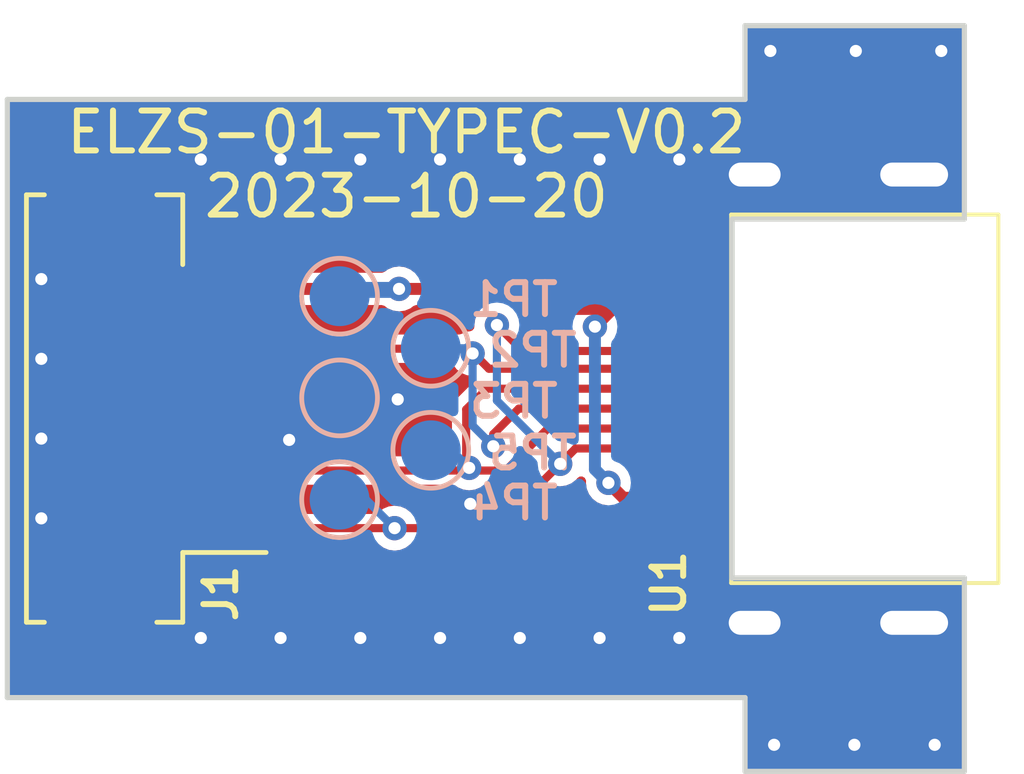
<source format=kicad_pcb>
(kicad_pcb (version 20221018) (generator pcbnew)
  (title_block (title "ELZS-01-Typec") (date "2023-10-20") (rev "V0.2") (company "Ovobot") (comment 1 "ELZS-01 Typec副板，V0.1，24x19x1.6mm ，FR4，2层，绿油白字，无铅喷锡"))
  (layers (0 "F.Cu" signal) (31 "B.Cu" signal) (34 "B.Paste" user) (35 "F.Paste" user) (36 "B.SilkS" user "B.Silkscreen") (37 "F.SilkS" user "F.Silkscreen") (38 "B.Mask" user) (39 "F.Mask" user) (44 "Edge.Cuts" user))
  (net 0 "")
  (net 1 "+3V3")
  (net 2 "/UART2_RX")
  (net 3 "/SWCLK")
  (net 4 "/SWDIO")
  (net 5 "GND")
  (footprint "Ovo_Connector_USB:USB_TYPE-C 16P CB1.6 073" (layer "F.Cu") (at 167.41 91.002 90)
    (fp_text reference "U1" (at -4.63 -4.676 90) (layer "F.SilkS") (effects (font (size 0.8 0.8))))
    (fp_text value "TYPE-C 16P CB1.6 073")
    (fp_line (start -4.62 -3.11) (end -4.62 3.59) (stroke (width 0.1)) (layer "F.SilkS"))
    (fp_line (start 4.62 -3.11) (end -4.62 -3.11) (stroke (width 0.1)) (layer "F.SilkS"))
    (fp_line (start 4.62 3.59) (end -4.62 3.59) (stroke (width 0.1)) (layer "F.SilkS"))
    (fp_line (start 4.62 3.59) (end 4.62 -3.11) (stroke (width 0.1)) (layer "F.SilkS"))
    (pad "25" thru_hole oval (at 5.623 -2.52 90) (size 1 1.7) (drill oval 0.6 1.3) (layers "*.Cu" "*.Mask") (net 5 "GND"))
    (pad "26" thru_hole oval (at 5.623 1.479 90) (size 1 2.1) (drill oval 0.6 1.7) (layers "*.Cu" "*.Mask") (net 5 "GND"))
    (pad "27" thru_hole oval (at -5.618 1.479 90) (size 1 2.1) (drill oval 0.6 1.7) (layers "*.Cu" "*.Mask") (net 5 "GND"))
    (pad "28" thru_hole oval (at -5.618 -2.521 90) (size 1 1.7) (drill oval 0.6 1.3) (layers "*.Cu" "*.Mask") (net 5 "GND"))
    (pad "A1" smd rect (at -3.35 -3.67 90) (size 0.3 1.15) (layers "F.Cu" "F.Paste" "F.Mask") (net 5 "GND"))
    (pad "A4" smd rect (at -2.55 -3.67 90) (size 0.3 1.15) (layers "F.Cu" "F.Paste" "F.Mask") (net 1 "+3V3"))
    (pad "A5" smd rect (at -1.25 -3.67 90) (size 0.3 1.15) (layers "F.Cu" "F.Paste" "F.Mask") (net 2 "/UART2_RX"))
    (pad "A6" smd rect (at -0.25 -3.67 90) (size 0.3 1.15) (layers "F.Cu" "F.Paste" "F.Mask") (net 4 "/SWDIO"))
    (pad "A7" smd rect (at 0.25 -3.67 90) (size 0.3 1.15) (layers "F.Cu" "F.Paste" "F.Mask") (net 3 "/SWCLK"))
    (pad "A8" smd rect (at 1.25 -3.67 90) (size 0.3 1.15) (layers "F.Cu" "F.Paste" "F.Mask"))
    (pad "A9" smd rect (at 2.55 -3.67 90) (size 0.3 1.15) (layers "F.Cu" "F.Paste" "F.Mask") (net 1 "+3V3"))
    (pad "A12" smd rect (at 3.35 -3.67 90) (size 0.3 1.15) (layers "F.Cu" "F.Paste" "F.Mask") (net 5 "GND"))
    (pad "B1" smd rect (at 3.05 -3.67 90) (size 0.3 1.15) (layers "F.Cu" "F.Paste" "F.Mask") (net 5 "GND"))
    (pad "B4" smd rect (at 2.25 -3.67 90) (size 0.3 1.15) (layers "F.Cu" "F.Paste" "F.Mask") (net 1 "+3V3"))
    (pad "B5" smd rect (at 1.75 -3.67 90) (size 0.3 1.15) (layers "F.Cu" "F.Paste" "F.Mask") (net 2 "/UART2_RX"))
    (pad "B6" smd rect (at 0.75 -3.67 90) (size 0.3 1.15) (layers "F.Cu" "F.Paste" "F.Mask") (net 4 "/SWDIO"))
    (pad "B7" smd rect (at -0.75 -3.67 90) (size 0.3 1.15) (layers "F.Cu" "F.Paste" "F.Mask") (net 3 "/SWCLK"))
    (pad "B8" smd rect (at -1.75 -3.67 90) (size 0.3 1.15) (layers "F.Cu" "F.Paste" "F.Mask"))
    (pad "B9" smd rect (at -2.25 -3.67 90) (size 0.3 1.15) (layers "F.Cu" "F.Paste" "F.Mask") (net 1 "+3V3"))
    (pad "B12" smd rect (at -3.05 -3.67 90) (size 0.3 1.15) (layers "F.Cu" "F.Paste" "F.Mask") (net 5 "GND"))
  )
  (footprint "Ovo_Connector_JST:JST_ZH_B5B-ZR-SM4-TF_1x05-1MP_P1.50mm_Vertical" (layer "F.Cu") (at 149.987 91.246 90)
    (fp_text reference "J1" (at -4.637 1.513 270) (layer "F.SilkS") (effects (font (size 0.8 0.8))))
    (fp_text value "ZH1.5MM/5ASMT")
    (fp_line (start -5.36 -3.36) (end 5.36 -3.36) (stroke (width 0.12)) (layer "F.SilkS"))
    (fp_line (start -5.36 -2.91) (end -5.36 -3.36) (stroke (width 0.12)) (layer "F.SilkS"))
    (fp_line (start -5.36 -0.09) (end -5.36 0.56) (stroke (width 0.12)) (layer "F.SilkS"))
    (fp_line (start -5.36 0.56) (end -3.61 0.56) (stroke (width 0.12)) (layer "F.SilkS"))
    (fp_line (start -3.61 0.56) (end -3.61 2.65) (stroke (width 0.12)) (layer "F.SilkS"))
    (fp_line (start 5.36 -3.36) (end 5.36 -2.91) (stroke (width 0.12)) (layer "F.SilkS"))
    (fp_line (start 5.36 -0.09) (end 5.36 0.56) (stroke (width 0.12)) (layer "F.SilkS"))
    (fp_line (start 5.36 0.56) (end 3.61 0.56) (stroke (width 0.12)) (layer "F.SilkS"))
    (pad "1" smd roundrect (at -3 0.7 90) (size 0.7 3.9) (layers "F.Cu" "F.Paste" "F.Mask") (net 2 "/UART2_RX"))
    (pad "2" smd roundrect (at -1.5 0.7 90) (size 0.7 3.9) (layers "F.Cu" "F.Paste" "F.Mask") (net 3 "/SWCLK"))
    (pad "3" smd roundrect (at 0 0.7 90) (size 0.7 3.9) (layers "F.Cu" "F.Paste" "F.Mask") (net 5 "GND"))
    (pad "4" smd roundrect (at 1.5 0.7 90) (size 0.7 3.9) (layers "F.Cu" "F.Paste" "F.Mask") (net 4 "/SWDIO"))
    (pad "5" smd roundrect (at 3 0.7 90) (size 0.7 3.9) (layers "F.Cu" "F.Paste" "F.Mask") (net 1 "+3V3"))
    (pad "MP" smd roundrect (at -5.05 -1.5 90) (size 1.5 2.3) (layers "F.Cu" "F.Paste" "F.Mask") (roundrect_rratio 0.1666673333) (net 5 "GND"))
    (pad "MP" smd roundrect (at 5.05 -1.5 90) (size 1.5 2.3) (layers "F.Cu" "F.Paste" "F.Mask") (roundrect_rratio 0.1666673333) (net 5 "GND"))
  )
  (footprint "TestPoint:TestPoint_Pad_D1.5mm" (layer "B.Cu") (at 154.48 90.9795 180)
    (fp_text reference "TP3" (at -4.369 -0.085) (layer "B.SilkS") (effects (font (size 0.8 0.8)) (justify mirror)))
    (fp_text value "GND")
    (fp_circle (center 0 0) (end 0 -0.95) (stroke (width 0.12)) (fill none) (layer "B.SilkS"))
    (pad "1" smd circle (at 0 0 180) (size 1.5 1.5) (layers "B.Cu" "B.Mask") (net 5 "GND"))
  )
  (footprint "TestPoint:TestPoint_Pad_D1.5mm" (layer "B.Cu") (at 156.767 92.293 180)
    (fp_text reference "TP5" (at -2.556 -0.068) (layer "B.SilkS") (effects (font (size 0.8 0.8)) (justify mirror)))
    (fp_text value "SWCLK")
    (fp_circle (center 0 0) (end 0 -0.95) (stroke (width 0.12)) (fill none) (layer "B.SilkS"))
    (pad "1" smd circle (at 0 0 180) (size 1.5 1.5) (layers "B.Cu" "B.Mask") (net 3 "/SWCLK"))
  )
  (footprint "TestPoint:TestPoint_Pad_D1.5mm" (layer "B.Cu") (at 154.48 93.53 180)
    (fp_text reference "TP4" (at -4.369 -0.085) (layer "B.SilkS") (effects (font (size 0.8 0.8)) (justify mirror)))
    (fp_text value "UART2_RX")
    (fp_circle (center 0 0) (end 0 -0.95) (stroke (width 0.12)) (fill none) (layer "B.SilkS"))
    (pad "1" smd circle (at 0 0 180) (size 1.5 1.5) (layers "B.Cu" "B.Mask") (net 2 "/UART2_RX"))
  )
  (footprint "TestPoint:TestPoint_Pad_D1.5mm" (layer "B.Cu") (at 154.48 88.429 180)
    (fp_text reference "TP1" (at -4.369 -0.085) (layer "B.SilkS") (effects (font (size 0.8 0.8)) (justify mirror)))
    (fp_text value "3V3")
    (fp_circle (center 0 0) (end 0 -0.95) (stroke (width 0.12)) (fill none) (layer "B.SilkS"))
    (pad "1" smd circle (at 0 0 180) (size 1.5 1.5) (layers "B.Cu" "B.Mask") (net 1 "+3V3"))
  )
  (footprint "TestPoint:TestPoint_Pad_D1.5mm" (layer "B.Cu") (at 156.767 89.734 180)
    (fp_text reference "TP2" (at -2.556 -0.051) (layer "B.SilkS") (effects (font (size 0.8 0.8)) (justify mirror)))
    (fp_text value "SWDIO")
    (fp_circle (center 0 0) (end 0 -0.95) (stroke (width 0.12)) (fill none) (layer "B.SilkS"))
    (pad "1" smd circle (at 0 0 180) (size 1.5 1.5) (layers "B.Cu" "B.Mask") (net 4 "/SWDIO"))
  )
  (gr_line (start 164.648 98.495) (end 164.648 100.344591) (stroke (width 0.13)) (layer "Edge.Cuts"))
  (gr_line (start 170.151 95.494591) (end 164.33 95.494591) (stroke (width 0.13)) (layer "Edge.Cuts"))
  (gr_line (start 146.148 83.494591) (end 146.148 98.494591) (stroke (width 0.13)) (layer "Edge.Cuts"))
  (gr_line (start 146.148 98.494591) (end 164.647711 98.494591) (stroke (width 0.13)) (layer "Edge.Cuts"))
  (gr_line (start 170.149355 86.494) (end 164.325 86.494) (stroke (width 0.13)) (layer "Edge.Cuts"))
  (gr_line (start 164.324 86.4985) (end 164.324 95.4975) (stroke (width 0.13)) (layer "Edge.Cuts"))
  (gr_line (start 170.148 86.494591) (end 170.148 81.644591) (stroke (width 0.13)) (layer "Edge.Cuts"))
  (gr_line (start 164.648 100.344591) (end 170.147711 100.344591) (stroke (width 0.13)) (layer "Edge.Cuts"))
  (gr_line (start 164.648 81.644591) (end 164.648 83.494591) (stroke (width 0.13)) (layer "Edge.Cuts"))
  (gr_line (start 170.148 81.644591) (end 164.648 81.644591) (stroke (width 0.13)) (layer "Edge.Cuts"))
  (gr_line (start 164.648 83.494591) (end 146.148 83.494591) (stroke (width 0.13)) (layer "Edge.Cuts"))
  (gr_line (start 170.148 100.345) (end 170.148 95.494591) (stroke (width 0.13)) (layer "Edge.Cuts"))
  (gr_text "ELZS-01-TYPEC-${REVISION}\n${ISSUE_DATE}" (at 156.155 85.123) (layer "F.SilkS") (effects (font (size 1 1))))
  (segment (start 150.687 88.246) (end 155.971 88.246) (width 0.3) (layer "F.Cu") (net 1))
  (segment (start 159.402 88.246) (end 159.904 88.748) (width 0.3) (layer "F.Cu") (net 1))
  (segment (start 161.328 88.748) (end 160.883 89.193) (width 0.3) (layer "F.Cu") (net 1))
  (segment (start 161.596 93.484) (end 163.54 93.484) (width 0.3) (layer "F.Cu") (net 1))
  (segment (start 161.396 88.748) (end 161.328 88.748) (width 0.3) (layer "F.Cu") (net 1))
  (segment (start 159.904 88.748) (end 161.396 88.748) (width 0.3) (layer "F.Cu") (net 1))
  (segment (start 155.971 88.246) (end 159.402 88.246) (width 0.3) (layer "F.Cu") (net 1))
  (segment (start 161.396 88.748) (end 163.604 88.748) (width 0.3) (layer "F.Cu") (net 1))
  (segment (start 161.222 93.11) (end 161.596 93.484) (width 0.3) (layer "F.Cu") (net 1))
  (via (at 161.222 93.11) (size 0.6096) (drill 0.3048) (layers "F.Cu" "B.Cu") (net 1))
  (via (at 160.883 89.193) (size 0.6096) (drill 0.3048) (layers "F.Cu" "B.Cu") (net 1))
  (via (at 155.971 88.246) (size 0.6096) (drill 0.3048) (layers "F.Cu" "B.Cu") (net 1))
  (segment (start 160.883 92.771) (end 160.883 89.193) (width 0.3) (layer "B.Cu") (net 1))
  (segment (start 161.222 93.11) (end 160.883 92.771) (width 0.3) (layer "B.Cu") (net 1))
  (segment (start 155.946 88.271) (end 155.971 88.246) (width 0.4) (layer "B.Cu") (net 1))
  (segment (start 154.638 88.271) (end 155.946 88.271) (width 0.4) (layer "B.Cu") (net 1))
  (segment (start 154.48 88.429) (end 154.638 88.271) (width 0.4) (layer "B.Cu") (net 1))
  (segment (start 159.0756 89.8026) (end 161.8414 89.8026) (width 0.2032) (layer "F.Cu") (net 2))
  (segment (start 160.012 92.633) (end 158.399 94.246) (width 0.2032) (layer "F.Cu") (net 2))
  (segment (start 155.859 94.246) (end 150.687 94.246) (width 0.2032) (layer "F.Cu") (net 2))
  (segment (start 162.396 89.248) (end 163.604 89.248) (width 0.2032) (layer "F.Cu") (net 2))
  (segment (start 160.012 92.633) (end 160.397 92.248) (width 0.2032) (layer "F.Cu") (net 2))
  (segment (start 158.425 89.152) (end 159.0756 89.8026) (width 0.2032) (layer "F.Cu") (net 2))
  (segment (start 160.397 92.248) (end 163.604 92.248) (width 0.2032) (layer "F.Cu") (net 2))
  (segment (start 161.8414 89.8026) (end 162.396 89.248) (width 0.2032) (layer "F.Cu") (net 2))
  (segment (start 158.399 94.246) (end 155.859 94.246) (width 0.2032) (layer "F.Cu") (net 2))
  (via (at 155.859 94.246) (size 0.6096) (drill 0.3048) (layers "F.Cu" "B.Cu") (net 2))
  (via (at 158.425 89.152) (size 0.6096) (drill 0.3048) (layers "F.Cu" "B.Cu") (net 2))
  (via (at 160.012 92.633) (size 0.6096) (drill 0.3048) (layers "F.Cu" "B.Cu") (net 2))
  (segment (start 158.425 89.152) (end 158.425 91.046) (width 0.2032) (layer "B.Cu") (net 2))
  (segment (start 158.425 91.046) (end 160.012 92.633) (width 0.2032) (layer "B.Cu") (net 2))
  (segment (start 155.143 93.53) (end 155.859 94.246) (width 0.2032) (layer "B.Cu") (net 2))
  (segment (start 154.48 93.53) (end 155.143 93.53) (width 0.2032) (layer "B.Cu") (net 2))
  (segment (start 150.687 92.746) (end 150.742 92.801) (width 0.2032) (layer "F.Cu") (net 3))
  (segment (start 157.6544 91.2686) (end 157.6544 92.6164) (width 0.2032) (layer "F.Cu") (net 3))
  (segment (start 158.174 90.749) (end 157.6544 91.2686) (width 0.2032) (layer "F.Cu") (net 3))
  (segment (start 159.701 91.748) (end 163.604 91.748) (width 0.2032) (layer "F.Cu") (net 3))
  (segment (start 157.6544 92.6164) (end 157.839 92.801) (width 0.2032) (layer "F.Cu") (net 3))
  (segment (start 163.603 90.749) (end 158.174 90.749) (width 0.2032) (layer "F.Cu") (net 3))
  (segment (start 150.742 92.801) (end 158.648 92.801) (width 0.2032) (layer "F.Cu") (net 3))
  (segment (start 158.648 92.801) (end 159.701 91.748) (width 0.2032) (layer "F.Cu") (net 3))
  (segment (start 163.604 90.748) (end 163.603 90.749) (width 0.2032) (layer "F.Cu") (net 3))
  (via (at 157.729501 92.734501) (size 0.6096) (drill 0.3048) (layers "F.Cu" "B.Cu") (net 3))
  (segment (start 156.767 92.293) (end 157.288 92.293) (width 0.2032) (layer "B.Cu") (net 3))
  (segment (start 157.288 92.293) (end 157.729501 92.734501) (width 0.2032) (layer "B.Cu") (net 3))
  (segment (start 162.059 90.248) (end 158.224 90.248) (width 0.2032) (layer "F.Cu") (net 4))
  (segment (start 158.974 91.248) (end 163.604 91.248) (width 0.2032) (layer "F.Cu") (net 4))
  (segment (start 156.638 89.746) (end 150.687 89.746) (width 0.2032) (layer "F.Cu") (net 4))
  (segment (start 158.334 92.1919) (end 158.334 91.888) (width 0.2032) (layer "F.Cu") (net 4))
  (segment (start 163.604 90.248) (end 162.059 90.248) (width 0.2032) (layer "F.Cu") (net 4))
  (segment (start 157.700565 89.746) (end 157.8159 89.861335) (width 0.2032) (layer "F.Cu") (net 4))
  (segment (start 157.722 89.746) (end 156.638 89.746) (width 0.2032) (layer "F.Cu") (net 4))
  (segment (start 158.334 91.888) (end 158.974 91.248) (width 0.2032) (layer "F.Cu") (net 4))
  (segment (start 158.224 90.248) (end 157.722 89.746) (width 0.2032) (layer "F.Cu") (net 4))
  (segment (start 157.8159 89.861335) (end 157.8159 89.864416) (width 0.2032) (layer "F.Cu") (net 4))
  (via (at 157.8159 89.864416) (size 0.6096) (drill 0.3048) (layers "F.Cu" "B.Cu") (net 4))
  (via (at 158.334 92.1919) (size 0.6096) (drill 0.3048) (layers "F.Cu" "B.Cu") (net 4))
  (segment (start 157.8159 91.6738) (end 158.334 92.1919) (width 0.2032) (layer "B.Cu") (net 4))
  (segment (start 156.767 89.734) (end 157.685484 89.734) (width 0.2032) (layer "B.Cu") (net 4))
  (segment (start 157.8159 89.864416) (end 157.8159 91.6738) (width 0.2032) (layer "B.Cu") (net 4))
  (segment (start 157.685484 89.734) (end 157.8159 89.864416) (width 0.2032) (layer "B.Cu") (net 4))
  (via (at 167.3905 99.679) (size 0.6096) (drill 0.3048) (layers "F.Cu" "B.Cu") (net 5))
  (via (at 169.404 99.679) (size 0.6096) (drill 0.3048) (layers "F.Cu" "B.Cu") (net 5))
  (via (at 159 85) (size 0.6096) (drill 0.3048) (layers "F.Cu" "B.Cu") (net 5))
  (via (at 155 85) (size 0.6096) (drill 0.3048) (layers "F.Cu" "B.Cu") (net 5))
  (via (at 165.283 82.279) (size 0.6096) (drill 0.3048) (layers "F.Cu" "B.Cu") (net 5))
  (via (at 159 97) (size 0.6096) (drill 0.3048) (layers "F.Cu" "B.Cu") (net 5))
  (via (at 161 97) (size 0.6096) (drill 0.3048) (layers "F.Cu" "B.Cu") (net 5))
  (via (at 151 97) (size 0.6096) (drill 0.3048) (layers "F.Cu" "B.Cu") (net 5))
  (via (at 169.569 82.279) (size 0.6096) (drill 0.3048) (layers "F.Cu" "B.Cu") (net 5))
  (via (at 153 97) (size 0.6096) (drill 0.3048) (layers "F.Cu" "B.Cu") (net 5))
  (via (at 147 90) (size 0.6096) (drill 0.3048) (layers "F.Cu" "B.Cu") (net 5))
  (via (at 157.757 93.6369) (size 0.6096) (drill 0.3048) (layers "F.Cu" "B.Cu") (net 5))
  (via (at 147 88) (size 0.6096) (drill 0.3048) (layers "F.Cu" "B.Cu") (net 5))
  (via (at 167.426 82.279) (size 0.6096) (drill 0.3048) (layers "F.Cu" "B.Cu") (net 5))
  (via (at 147 92) (size 0.6096) (drill 0.3048) (layers "F.Cu" "B.Cu") (net 5))
  (via (at 153 85) (size 0.6096) (drill 0.3048) (layers "F.Cu" "B.Cu") (net 5))
  (via (at 151 85) (size 0.6096) (drill 0.3048) (layers "F.Cu" "B.Cu") (net 5))
  (via (at 153.215 92.033) (size 0.6096) (drill 0.3048) (layers "F.Cu" "B.Cu") (net 5))
  (via (at 161 85) (size 0.6096) (drill 0.3048) (layers "F.Cu" "B.Cu") (net 5))
  (via (at 155 97) (size 0.6096) (drill 0.3048) (layers "F.Cu" "B.Cu") (net 5))
  (via (at 163 85) (size 0.6096) (drill 0.3048) (layers "F.Cu" "B.Cu") (net 5))
  (via (at 157 97) (size 0.6096) (drill 0.3048) (layers "F.Cu" "B.Cu") (net 5))
  (via (at 157 85) (size 0.6096) (drill 0.3048) (layers "F.Cu" "B.Cu") (net 5))
  (via (at 155.938 91.016) (size 0.6096) (drill 0.3048) (layers "F.Cu" "B.Cu") (net 5))
  (via (at 163 97) (size 0.6096) (drill 0.3048) (layers "F.Cu" "B.Cu") (net 5))
  (via (at 147 94) (size 0.6096) (drill 0.3048) (layers "F.Cu" "B.Cu") (net 5))
  (via (at 165.377 99.679) (size 0.6096) (drill 0.3048) (layers "F.Cu" "B.Cu") (net 5))
  (zone (net 5) (net_name "GND") (layers "F&B.Cu") (connect_pads yes (clearance 0.254)) (min_thickness 0.25) (fill yes (thermal_gap 0.5) (thermal_bridge_width 0.5))
    (polygon (pts (xy 170.166 81.628) (xy 170.166 86.477) (xy 170.175 86.486) (xy 171.664 86.486) (xy 171.664 95.494) (xy 171.656 95.502) (xy 170.159 95.502) (xy 170.159 100.351) (xy 170.156 100.354) (xy 164.647 100.354) (xy 164.647 98.508) (xy 164.625 98.486) (xy 146.155 98.486) (xy 146.146 98.477) (xy 146.146 83.499) (xy 146.15 83.495) (xy 164.657 83.495) (xy 164.663 83.489) (xy 164.663 81.616) (xy 170.154 81.616)))
  )
)
</source>
